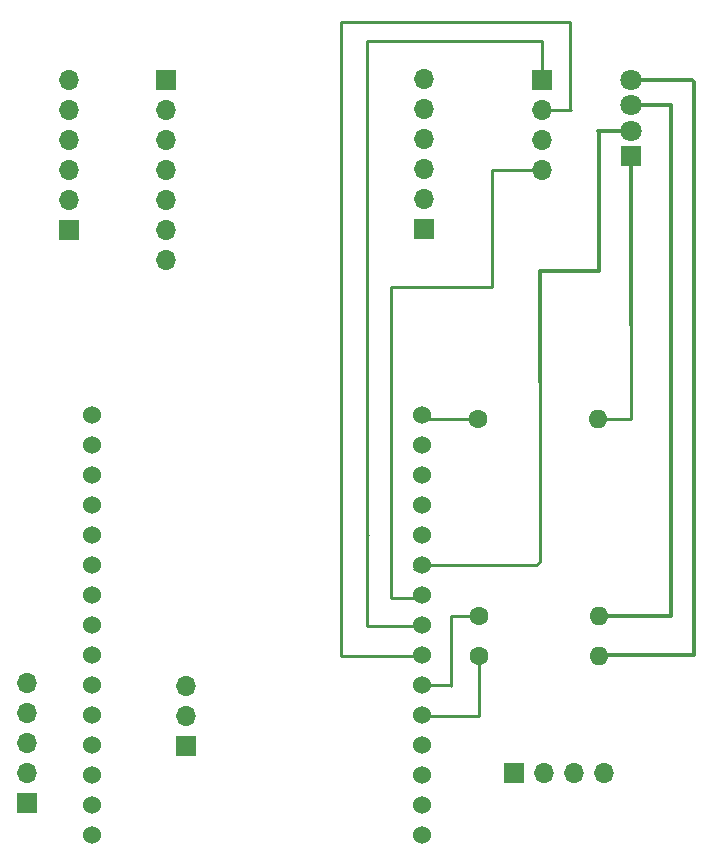
<source format=gbr>
%TF.GenerationSoftware,KiCad,Pcbnew,(5.1.10)-1*%
%TF.CreationDate,2021-10-26T11:38:04-05:00*%
%TF.ProjectId,co2_project,636f325f-7072-46f6-9a65-63742e6b6963,rev?*%
%TF.SameCoordinates,Original*%
%TF.FileFunction,Copper,L1,Top*%
%TF.FilePolarity,Positive*%
%FSLAX46Y46*%
G04 Gerber Fmt 4.6, Leading zero omitted, Abs format (unit mm)*
G04 Created by KiCad (PCBNEW (5.1.10)-1) date 2021-10-26 11:38:04*
%MOMM*%
%LPD*%
G01*
G04 APERTURE LIST*
%TA.AperFunction,ComponentPad*%
%ADD10O,1.700000X1.700000*%
%TD*%
%TA.AperFunction,ComponentPad*%
%ADD11R,1.700000X1.700000*%
%TD*%
%TA.AperFunction,ComponentPad*%
%ADD12R,1.800000X1.800000*%
%TD*%
%TA.AperFunction,ComponentPad*%
%ADD13C,1.800000*%
%TD*%
%TA.AperFunction,ComponentPad*%
%ADD14C,1.600000*%
%TD*%
%TA.AperFunction,ComponentPad*%
%ADD15O,1.600000X1.600000*%
%TD*%
%TA.AperFunction,ComponentPad*%
%ADD16C,1.524000*%
%TD*%
%TA.AperFunction,Conductor*%
%ADD17C,0.333000*%
%TD*%
%TA.AperFunction,Conductor*%
%ADD18C,0.250000*%
%TD*%
G04 APERTURE END LIST*
D10*
%TO.P,U7,4*%
%TO.N,Net-(U2-Pad27)*%
X156370000Y-128000000D03*
%TO.P,U7,3*%
%TO.N,Net-(U7-Pad3)*%
X153830000Y-128000000D03*
%TO.P,U7,2*%
%TO.N,Net-(D1-Pad2)*%
X151290000Y-128000000D03*
D11*
%TO.P,U7,1*%
%TO.N,Net-(U2-Pad24)*%
X148750000Y-128000000D03*
%TD*%
D10*
%TO.P,U4,6*%
%TO.N,N/C*%
X141150000Y-69250000D03*
%TO.P,U4,5*%
X141150000Y-71790000D03*
%TO.P,U4,4*%
X141150000Y-74330000D03*
%TO.P,U4,3*%
%TO.N,Net-(U2-Pad29)*%
X141150000Y-76870000D03*
%TO.P,U4,2*%
%TO.N,Net-(U2-Pad28)*%
X141150000Y-79410000D03*
D11*
%TO.P,U4,1*%
%TO.N,N/C*%
X141150000Y-81950000D03*
%TD*%
D10*
%TO.P,U6,7*%
%TO.N,N/C*%
X119300000Y-84540000D03*
%TO.P,U6,6*%
X119300000Y-82000000D03*
%TO.P,U6,5*%
X119300000Y-79460000D03*
%TO.P,U6,4*%
%TO.N,Net-(U2-Pad28)*%
X119300000Y-76920000D03*
%TO.P,U6,3*%
%TO.N,Net-(U2-Pad29)*%
X119300000Y-74380000D03*
%TO.P,U6,2*%
%TO.N,Net-(J1-Pad5)*%
X119300000Y-71840000D03*
D11*
%TO.P,U6,1*%
%TO.N,Net-(J1-Pad1)*%
X119300000Y-69300000D03*
%TD*%
D10*
%TO.P,U5,6*%
%TO.N,N/C*%
X111050000Y-69300000D03*
%TO.P,U5,5*%
X111050000Y-71840000D03*
%TO.P,U5,4*%
X111050000Y-74380000D03*
%TO.P,U5,3*%
X111050000Y-76920000D03*
%TO.P,U5,2*%
%TO.N,Net-(J1-Pad5)*%
X111050000Y-79460000D03*
D11*
%TO.P,U5,1*%
%TO.N,Net-(J1-Pad1)*%
X111050000Y-82000000D03*
%TD*%
D10*
%TO.P,J1,5*%
%TO.N,Net-(J1-Pad5)*%
X107500000Y-120390000D03*
%TO.P,J1,4*%
%TO.N,Net-(J1-Pad4)*%
X107500000Y-122930000D03*
%TO.P,J1,3*%
%TO.N,Net-(J1-Pad3)*%
X107500000Y-125470000D03*
%TO.P,J1,2*%
%TO.N,Net-(J1-Pad2)*%
X107500000Y-128010000D03*
D11*
%TO.P,J1,1*%
%TO.N,Net-(J1-Pad1)*%
X107500000Y-130550000D03*
%TD*%
D12*
%TO.P,D1,1*%
%TO.N,Net-(D1-Pad1)*%
X158600000Y-75800000D03*
D13*
%TO.P,D1,2*%
%TO.N,Net-(D1-Pad2)*%
X158600000Y-73641000D03*
%TO.P,D1,3*%
%TO.N,Net-(D1-Pad3)*%
X158600000Y-71482000D03*
%TO.P,D1,4*%
%TO.N,Net-(D1-Pad4)*%
X158600000Y-69323000D03*
%TD*%
D14*
%TO.P,R1,1*%
%TO.N,Net-(R1-Pad1)*%
X145800000Y-118100000D03*
D15*
%TO.P,R1,2*%
%TO.N,Net-(D1-Pad4)*%
X155960000Y-118100000D03*
%TD*%
%TO.P,R1,2*%
%TO.N,Net-(D1-Pad3)*%
X155960000Y-114700000D03*
D14*
%TO.P,R1,1*%
%TO.N,Net-(R2-Pad1)*%
X145800000Y-114700000D03*
%TD*%
%TO.P,R1,1*%
%TO.N,Net-(R3-Pad1)*%
X145700000Y-98050000D03*
D15*
%TO.P,R1,2*%
%TO.N,Net-(D1-Pad1)*%
X155860000Y-98050000D03*
%TD*%
D11*
%TO.P,U1,1*%
%TO.N,Net-(J1-Pad5)*%
X121000000Y-125700000D03*
D10*
%TO.P,U1,2*%
%TO.N,Net-(J1-Pad1)*%
X121000000Y-123160000D03*
%TO.P,U1,3*%
%TO.N,Net-(U1-Pad3)*%
X121000000Y-120620000D03*
%TD*%
D16*
%TO.P,U2,1*%
%TO.N,Net-(U2-Pad1)*%
X112980000Y-97730000D03*
%TO.P,U2,2*%
%TO.N,Net-(U2-Pad2)*%
X112980000Y-100270000D03*
%TO.P,U2,3*%
%TO.N,Net-(U2-Pad3)*%
X112980000Y-102810000D03*
%TO.P,U2,4*%
%TO.N,Net-(U2-Pad4)*%
X112980000Y-105350000D03*
%TO.P,U2,5*%
%TO.N,Net-(U2-Pad5)*%
X112980000Y-107890000D03*
%TO.P,U2,6*%
%TO.N,Net-(U2-Pad6)*%
X112980000Y-110430000D03*
%TO.P,U2,7*%
%TO.N,Net-(U2-Pad7)*%
X112980000Y-112970000D03*
%TO.P,U2,8*%
%TO.N,Net-(U2-Pad8)*%
X112980000Y-115510000D03*
%TO.P,U2,9*%
%TO.N,Net-(U2-Pad9)*%
X112980000Y-118050000D03*
%TO.P,U2,10*%
%TO.N,Net-(U2-Pad10)*%
X112980000Y-120590000D03*
%TO.P,U2,11*%
%TO.N,Net-(U2-Pad11)*%
X112980000Y-123130000D03*
%TO.P,U2,12*%
%TO.N,Net-(U2-Pad12)*%
X112980000Y-125670000D03*
%TO.P,U2,13*%
%TO.N,Net-(U2-Pad13)*%
X112980000Y-128210000D03*
%TO.P,U2,14*%
%TO.N,Net-(J1-Pad5)*%
X112980000Y-130750000D03*
%TO.P,U2,15*%
%TO.N,Net-(J1-Pad1)*%
X112980000Y-133290000D03*
%TO.P,U2,16*%
%TO.N,Net-(U2-Pad16)*%
X140920000Y-133290000D03*
%TO.P,U2,17*%
%TO.N,Net-(U2-Pad17)*%
X140920000Y-130750000D03*
%TO.P,U2,18*%
%TO.N,Net-(U2-Pad18)*%
X140920000Y-128210000D03*
%TO.P,U2,19*%
%TO.N,Net-(U2-Pad19)*%
X140920000Y-125670000D03*
%TO.P,U2,20*%
%TO.N,Net-(R1-Pad1)*%
X140920000Y-123130000D03*
%TO.P,U2,21*%
%TO.N,Net-(R2-Pad1)*%
X140920000Y-120590000D03*
%TO.P,U2,22*%
%TO.N,Net-(U2-Pad22)*%
X140920000Y-118050000D03*
%TO.P,U2,23*%
%TO.N,Net-(U2-Pad23)*%
X140920000Y-115510000D03*
%TO.P,U2,24*%
%TO.N,Net-(U2-Pad24)*%
X140920000Y-112970000D03*
%TO.P,U2,25*%
%TO.N,Net-(D1-Pad2)*%
X140920000Y-110430000D03*
%TO.P,U2,26*%
%TO.N,Net-(U1-Pad3)*%
X140920000Y-107890000D03*
%TO.P,U2,27*%
%TO.N,Net-(U2-Pad27)*%
X140920000Y-105350000D03*
%TO.P,U2,28*%
%TO.N,Net-(U2-Pad28)*%
X140920000Y-102810000D03*
%TO.P,U2,29*%
%TO.N,Net-(U2-Pad29)*%
X140920000Y-100270000D03*
%TO.P,U2,30*%
%TO.N,Net-(R3-Pad1)*%
X140920000Y-97730000D03*
%TD*%
D11*
%TO.P,U3,1*%
%TO.N,Net-(U2-Pad23)*%
X151100000Y-69300000D03*
D10*
%TO.P,U3,2*%
%TO.N,Net-(U2-Pad22)*%
X151100000Y-71840000D03*
%TO.P,U3,3*%
%TO.N,Net-(J1-Pad1)*%
X151100000Y-74380000D03*
%TO.P,U3,4*%
%TO.N,Net-(U2-Pad24)*%
X151100000Y-76920000D03*
%TD*%
D17*
%TO.N,Net-(D1-Pad1)*%
X158600000Y-75800000D02*
X158600000Y-90100000D01*
D18*
X158600000Y-90100000D02*
X158600000Y-98000000D01*
X158550000Y-98050000D02*
X155860000Y-98050000D01*
X158600000Y-98000000D02*
X158550000Y-98050000D01*
D17*
%TO.N,Net-(D1-Pad2)*%
X158299298Y-73641000D02*
X158140298Y-73800000D01*
X158600000Y-73641000D02*
X158299298Y-73641000D01*
X158600000Y-73641000D02*
X155859000Y-73641000D01*
X155859000Y-73641000D02*
X155900000Y-73682000D01*
X155900000Y-73682000D02*
X155900000Y-85500000D01*
X155900000Y-85500000D02*
X150900000Y-85500000D01*
X150900000Y-85500000D02*
X150900000Y-94900000D01*
D18*
X140270000Y-110700000D02*
X140570000Y-110400000D01*
X150900000Y-94900000D02*
X150900000Y-110150000D01*
X150620000Y-110430000D02*
X140920000Y-110430000D01*
X150900000Y-110150000D02*
X150620000Y-110430000D01*
D17*
%TO.N,Net-(D1-Pad3)*%
X158600000Y-71482000D02*
X161982000Y-71482000D01*
X161982000Y-71482000D02*
X162000000Y-71500000D01*
X162000000Y-71500000D02*
X162000000Y-114750000D01*
X156010000Y-114750000D02*
X155960000Y-114700000D01*
X162000000Y-114750000D02*
X156010000Y-114750000D01*
%TO.N,Net-(D1-Pad4)*%
X158600000Y-69323000D02*
X163823000Y-69323000D01*
X163823000Y-69323000D02*
X164000000Y-69500000D01*
X164000000Y-69500000D02*
X164000000Y-118000000D01*
X156060000Y-118000000D02*
X155960000Y-118100000D01*
X164000000Y-118000000D02*
X156060000Y-118000000D01*
D18*
%TO.N,Net-(R1-Pad1)*%
X145800000Y-118100000D02*
X145800000Y-123150000D01*
X140940000Y-123150000D02*
X140920000Y-123130000D01*
X145800000Y-123150000D02*
X140940000Y-123150000D01*
%TO.N,Net-(R2-Pad1)*%
X145800000Y-114700000D02*
X143400000Y-114700000D01*
X143400000Y-114700000D02*
X143400000Y-120600000D01*
X143390000Y-120590000D02*
X140920000Y-120590000D01*
X143400000Y-120600000D02*
X143390000Y-120590000D01*
%TO.N,Net-(R3-Pad1)*%
X140590000Y-97400000D02*
X140920000Y-97730000D01*
X141240000Y-98050000D02*
X140920000Y-97730000D01*
X145700000Y-98050000D02*
X141240000Y-98050000D01*
%TO.N,Net-(U2-Pad22)*%
X140870000Y-118100000D02*
X140920000Y-118050000D01*
X134100000Y-64400000D02*
X134100000Y-118100000D01*
X153500000Y-64400000D02*
X134100000Y-64400000D01*
X153500000Y-71800000D02*
X153500000Y-64400000D01*
X134100000Y-118100000D02*
X140870000Y-118100000D01*
X153540000Y-71840000D02*
X153500000Y-71800000D01*
X151100000Y-71840000D02*
X153540000Y-71840000D01*
%TO.N,Net-(U2-Pad23)*%
X136300000Y-107900000D02*
X136340000Y-107860000D01*
X136300000Y-66000000D02*
X136300000Y-107900000D01*
X151100000Y-66000000D02*
X136300000Y-66000000D01*
X151100000Y-69300000D02*
X151100000Y-66000000D01*
X136300000Y-107900000D02*
X136300000Y-115550000D01*
X140880000Y-115550000D02*
X140920000Y-115510000D01*
X136300000Y-115550000D02*
X140880000Y-115550000D01*
%TO.N,Net-(U2-Pad24)*%
X140740000Y-113150000D02*
X140920000Y-112970000D01*
X138300000Y-113150000D02*
X140740000Y-113150000D01*
X146900000Y-86900000D02*
X138300000Y-86900000D01*
X146920000Y-76920000D02*
X146900000Y-76940000D01*
X138300000Y-86900000D02*
X138300000Y-113150000D01*
X146900000Y-76940000D02*
X146900000Y-86900000D01*
X151100000Y-76920000D02*
X146920000Y-76920000D01*
%TO.N,Net-(U2-Pad27)*%
X140490000Y-105400000D02*
X140570000Y-105320000D01*
%TD*%
M02*

</source>
